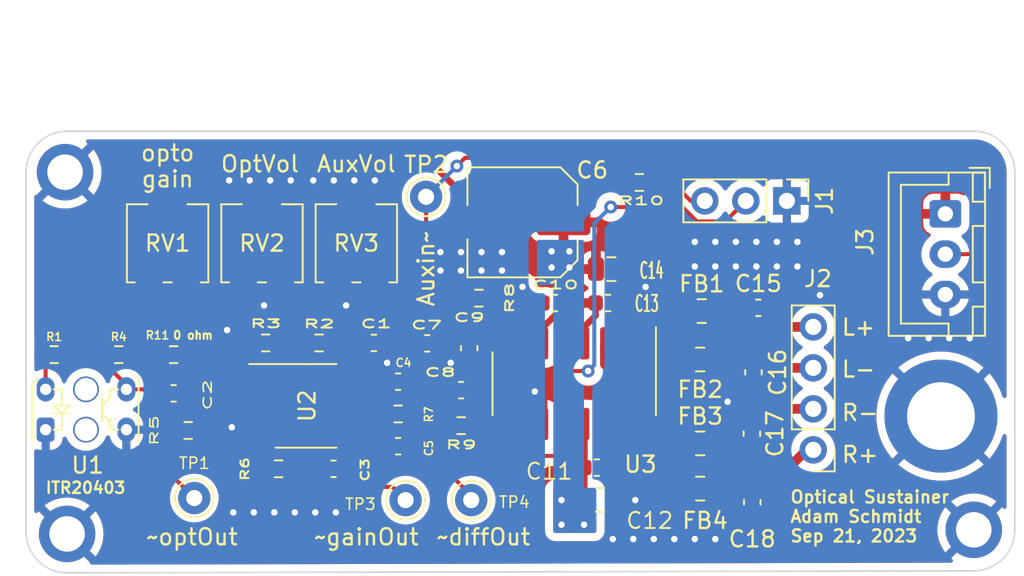
<source format=kicad_pcb>
(kicad_pcb (version 20211014) (generator pcbnew)
  (layers (0 "F.Cu" signal) (31 "B.Cu" signal) (34 "B.Paste" user) (35 "F.Paste" user) (36 "B.SilkS" user "B.Silkscreen") (37 "F.SilkS" user "F.Silkscreen") (38 "B.Mask" user) (39 "F.Mask" user) (44 "Edge.Cuts" user))
  (net 0 "")
  (net 1 "+5V")
  (net 2 "GND")
  (net 3 "Net-(C2-Pad1)")
  (net 4 "Net-(C3-Pad1)")
  (net 5 "Net-(C15-Pad2)")
  (net 6 "+2V5")
  (net 7 "Net-(C16-Pad2)")
  (net 8 "Net-(C17-Pad2)")
  (net 9 "Net-(C2-Pad2)")
  (net 10 "Net-(C3-Pad2)")
  (net 11 "Net-(C4-Pad2)")
  (net 12 "Net-(C7-Pad1)")
  (net 13 "Net-(C7-Pad2)")
  (net 14 "Net-(C8-Pad1)")
  (net 15 "Net-(C8-Pad2)")
  (net 16 "Net-(C9-Pad2)")
  (net 17 "Net-(R8-Pad2)")
  (net 18 "Net-(R9-Pad2)")
  (net 20 "optical_out")
  (net 21 "aux_in")
  (net 22 "/R+")
  (net 23 "/R-")
  (net 24 "/L-")
  (net 25 "/L+")
  (net 26 "Net-(R10-Pad2)")
  (net 27 "Net-(C18-Pad2)")
  (net 28 "Net-(U3-Pad5)")
  (net 29 "Net-(R1-Pad2)")
  (net 30 "Net-(R11-Pad2)")
  (net 31 "Net-(R5-Pad2)")
  (net 32 "Net-(R6-Pad1)")
  (footprint "TestPoint:TestPoint_THTPad_D2.0mm_Drill1.0mm" (layer "F.Cu") (at 152.781 116.205)
    (fp_text reference "TP4")
    (fp_text value "opt_out")
  )
  (footprint "Capacitor_SMD:C_0603_1608Metric" (layer "F.Cu") (at 134.357 109.591)
    (fp_text reference "C2")
    (fp_text value "2.2u")
  )
  (footprint "Resistor_SMD:R_0603_1608Metric" (layer "F.Cu") (at 130.957 107.191 180)
    (fp_text reference "R4")
    (fp_text value "20k")
  )
  (footprint "Resistor_SMD:R_0603_1608Metric" (layer "F.Cu") (at 134.357 107.191 180)
    (fp_text reference "R11")
    (fp_text value "0")
  )
  (footprint "Connector_PinHeader_2.54mm:PinHeader_1x04_P2.54mm_Vertical" (layer "F.Cu") (at 173.957 113.091 180)
    (fp_text reference "J2")
    (fp_text value "Conn_01x04_Male")
  )
  (footprint "Capacitor_SMD:C_0805_2012Metric" (layer "F.Cu") (at 166.957 112.691)
    (fp_text reference "FB3")
    (fp_text value "5A/120Ohm")
  )
  (footprint "Capacitor_SMD:C_0603_1608Metric" (layer "F.Cu") (at 144.257 114.265)
    (fp_text reference "C3")
    (fp_text value "22n")
  )
  (footprint "TestPoint:TestPoint_THTPad_D2.0mm_Drill1.0mm" (layer "F.Cu") (at 135.636 116.078)
    (fp_text reference "TP1")
    (fp_text value "PT_out")
  )
  (footprint "Capacitor_SMD:C_0603_1608Metric" (layer "F.Cu") (at 170.157 112.091 -90)
    (fp_text reference "C17")
    (fp_text value "220p")
  )
  (footprint "" (layer "F.Cu") (at 127.762 118.3005)
    (fp_text reference "")
    (fp_text value "")
  )
  (footprint "Connector_PinHeader_2.54mm:PinHeader_1x03_P2.54mm_Vertical" (layer "F.Cu") (at 172.324 97.663 -90)
    (fp_text reference "J1")
    (fp_text value "Conn_01x03_Male")
  )
  (footprint "Potentiometer_SMD:Potentiometer_Bourns_3224J_Horizontal" (layer "F.Cu") (at 133.985 100.291 -90)
    (fp_text reference "RV1")
    (fp_text value "100k")
  )
  (footprint "Resistor_SMD:R_0603_1608Metric" (layer "F.Cu") (at 143.357 106.465)
    (fp_text reference "R2")
    (fp_text value "10k")
  )
  (footprint "Resistor_SMD:R_0603_1608Metric" (layer "F.Cu") (at 163.195 96.52)
    (fp_text reference "R10")
    (fp_text value "10k")
  )
  (footprint "Capacitor_SMD:C_0603_1608Metric" (layer "F.Cu") (at 150.057 106.491)
    (fp_text reference "C7")
    (fp_text value "1u")
  )
  (footprint "Capacitor_SMD:C_0603_1608Metric" (layer "F.Cu") (at 148.257 112.865)
    (fp_text reference "C5")
    (fp_text value "2.2u")
  )
  (footprint "TestPoint:TestPoint_THTPad_D2.0mm_Drill1.0mm" (layer "F.Cu") (at 148.717 116.205)
    (fp_text reference "TP3")
    (fp_text value "gain_out")
  )
  (footprint "Capacitor_SMD:C_0805_2012Metric" (layer "F.Cu") (at 166.957 115.491)
    (fp_text reference "FB4")
    (fp_text value "5A/120Ohm")
  )
  (footprint "Resistor_SMD:R_0603_1608Metric" (layer "F.Cu") (at 135.257 111.891)
    (fp_text reference "R5")
    (fp_text value "10k")
  )
  (footprint "Capacitor_SMD:C_0603_1608Metric" (layer "F.Cu") (at 152.657 106.791 90)
    (fp_text reference "C9")
    (fp_text value "1u")
  )
  (footprint "Resistor_SMD:R_0603_1608Metric" (layer "F.Cu") (at 140.857 114.265)
    (fp_text reference "R6")
    (fp_text value "1k")
  )
  (footprint "Potentiometer_SMD:Potentiometer_Bourns_3224J_Horizontal" (layer "F.Cu") (at 139.827 100.291 -90)
    (fp_text reference "RV2")
    (fp_text value "20k")
  )
  (footprint "Capacitor_SMD:C_Elec_6.3x5.8" (layer "F.Cu") (at 155.957 98.991 180)
    (fp_text reference "C6")
    (fp_text value "220u")
  )
  (footprint "Capacitor_SMD:C_0603_1608Metric" (layer "F.Cu") (at 170.18 116.332 90)
    (fp_text reference "C18")
    (fp_text value "220p")
  )
  (footprint "Capacitor_SMD:C_0603_1608Metric" (layer "F.Cu") (at 160.557 114.191 180)
    (fp_text reference "C11")
    (fp_text value "1u")
  )
  (footprint "Capacitor_SMD:C_0603_1608Metric" (layer "F.Cu") (at 170.557 104.291 180)
    (fp_text reference "C15")
    (fp_text value "220p")
  )
  (footprint "Capacitor_SMD:C_0603_1608Metric" (layer "F.Cu") (at 161.257 103.991 180)
    (fp_text reference "C13")
    (fp_text value "1u")
  )
  (footprint "Capacitor_SMD:C_0603_1608Metric" (layer "F.Cu") (at 146.757 106.465)
    (fp_text reference "C1")
    (fp_text value "100n")
  )
  (footprint "Capacitor_SMD:C_0603_1608Metric" (layer "F.Cu") (at 170.257 108.291 90)
    (fp_text reference "C16")
    (fp_text value "220p")
  )
  (footprint "" (layer "F.Cu") (at 127.635 95.885)
    (fp_text reference "")
    (fp_text value "")
  )
  (footprint "Capacitor_SMD:C_0603_1608Metric" (layer "F.Cu") (at 157.957 103.991)
    (fp_text reference "C10")
    (fp_text value "1u")
  )
  (footprint "Resistor_SMD:R_0603_1608Metric" (layer "F.Cu") (at 126.957 107.191 180)
    (fp_text reference "R1")
    (fp_text value "220")
  )
  (footprint "Capacitor_SMD:C_0603_1608Metric" (layer "F.Cu") (at 152.157 109.391 180)
    (fp_text reference "C8")
    (fp_text value "1u")
  )
  (footprint "Capacitor_SMD:C_0805_2012Metric" (layer "F.Cu") (at 167.057 104.491)
    (fp_text reference "FB1")
    (fp_text value "5A/120Ohm")
  )
  (footprint "Capacitor_SMD:C_0805_2012Metric" (layer "F.Cu") (at 160.757 116.191 180)
    (fp_text reference "C12")
    (fp_text value "10u")
  )
  (footprint "Package_SO:SOP-8_3.76x4.96mm_P1.27mm" (layer "F.Cu") (at 142.557 110.365)
    (fp_text reference "U2")
    (fp_text value "NE5532")
  )
  (footprint "Resistor_SMD:R_0603_1608Metric" (layer "F.Cu") (at 140.057 106.465)
    (fp_text reference "R3")
    (fp_text value "10k")
  )
  (footprint "Connector_JST:JST_XH_B3B-XH-A_1x03_P2.50mm_Vertical" (layer "F.Cu") (at 182.135 98.465 -90)
    (fp_text reference "J3")
    (fp_text value "Conn_01x03_Male")
  )
  (footprint "Resistor_SMD:R_0603_1608Metric" (layer "F.Cu") (at 148.257 110.865 180)
    (fp_text reference "R7")
    (fp_text value "100k")
  )
  (footprint "Capacitor_SMD:C_0805_2012Metric" (layer "F.Cu") (at 161.457 101.891 180)
    (fp_text reference "C14")
    (fp_text value "10u")
  )
  (footprint "Package_SO:SOP-16_3.9x9.9mm_P1.27mm" (layer "F.Cu") (at 159.157 108.991 -90)
    (fp_text reference "U3")
    (fp_text value "PAM8406D")
  )
  (footprint "TestPoint:TestPoint_THTPad_D2.0mm_Drill1.0mm" (layer "F.Cu") (at 181.864 110.998)
    (fp_text reference "TP6" hide)
    (fp_text value "MountingHole")
  )
  (footprint "Potentiometer_SMD:Potentiometer_Bourns_3224J_Horizontal" (layer "F.Cu") (at 145.669 100.291 -90)
    (fp_text reference "RV3")
    (fp_text value "20k")
  )
  (footprint "Capacitor_SMD:C_0805_2012Metric" (layer "F.Cu") (at 166.957 107.491)
    (fp_text reference "FB2")
    (fp_text value "5A/120Ohm")
  )
  (footprint "Resistor_SMD:R_0603_1608Metric" (layer "F.Cu") (at 153.257 103.691)
    (fp_text reference "R8")
    (fp_text value "10k")
  )
  (footprint "" (layer "F.Cu") (at 183.896 118.0465)
    (fp_text reference "")
    (fp_text value "")
  )
  (footprint "Resistor_SMD:R_0603_1608Metric" (layer "F.Cu") (at 152.157 111.591)
    (fp_text reference "R9")
    (fp_text value "10k")
  )
  (footprint "TestPoint:TestPoint_THTPad_D2.0mm_Drill1.0mm" (layer "F.Cu") (at 149.987 97.409)
    (fp_text reference "TP2")
    (fp_text value "aux_in")
  )
  (footprint "Capacitor_SMD:C_0603_1608Metric" (layer "F.Cu") (at 148.257 108.865 180)
    (fp_text reference "C4")
    (fp_text value "47p")
  )
  (footprint "OptoDevice:Everlight_ITR20403" (layer "F.Cu") (at 126.432 111.841)
    (fp_text reference "U1")
    (fp_text value "ITR20403")
  )
  (gr_arc (start 127.762 120.7135) (mid 125.965949 119.969551) (end 125.222 118.1735) (layer "Edge.Cuts") (width 0.1))
  (gr_line (start 183.896 120.5865) (end 127.762 120.7135) (layer "Edge.Cuts") (width 0.1))
  (gr_line (start 127.762 93.345) (end 183.896 93.345) (layer "Edge.Cuts") (width 0.1))
  (gr_arc (start 125.222 95.885) (mid 125.965949 94.088949) (end 127.762 93.345) (layer "Edge.Cuts") (width 0.1))
  (gr_arc (start 183.896 93.345) (mid 185.692051 94.088949) (end 186.436 95.885) (layer "Edge.Cuts") (width 0.1))
  (gr_line (start 125.222 118.1735) (end 125.222 95.885) (layer "Edge.Cuts") (width 0.1))
  (gr_arc (start 186.436 118.0465) (mid 185.692051 119.842551) (end 183.896 120.5865) (layer "Edge.Cuts") (width 0.1))
  (gr_line (start 186.436 95.885) (end 186.436 118.0465) (layer "Edge.Cuts") (width 0.1))
  (gr_text "OptVol" (at 139.7 95.377) (layer "F.SilkS") (effects (font (size 1 1))))
  (gr_text "ITR20403" (at 128.905 115.443) (layer "F.SilkS") (effects (font (size 0.7 0.7))))
  (gr_text "0 ohm" (at 135.557 105.991) (layer "F.SilkS") (effects (font (size 0.5 0.5) (thickness 0.125))))
  (gr_text "R+" (at 176.857 113.391) (layer "F.SilkS") (effects (font (size 1 1))))
  (gr_text "~gainOut" (at 146.304 118.491) (layer "F.SilkS") (effects (font (size 1 1))))
  (gr_text "opto\ngain" (at 133.985 95.504) (layer "F.SilkS") (effects (font (size 1 1))))
  (gr_text "L+" (at 176.757 105.491) (layer "F.SilkS") (effects (font (size 1 1))))
  (gr_text "Auxin~" (at 149.987 101.854 90) (layer "F.SilkS") (effects (font (size 1 1))))
  (gr_text "R-" (at 176.857 110.791) (layer "F.SilkS") (effects (font (size 1 1))))
  (gr_text "AuxVol" (at 145.669 95.377) (layer "F.SilkS") (effects (font (size 1 1))))
  (gr_text "Optical Sustainer\nAdam Schmidt\nSep 21, 2023" (at 172.466 117.221) (layer "F.SilkS") (effects (font (size 0.75 0.75)) (justify left)))
  (gr_text "~diffOut" (at 153.543 118.491) (layer "F.SilkS") (effects (font (size 1 1))))
  (gr_text "L-" (at 176.757 108.091) (layer "F.SilkS") (effects (font (size 1 1))))
  (gr_text "~optOut" (at 135.509 118.491) (layer "F.SilkS") (effects (font (size 1 1))))
  (segment (start 152.146 97.155) (end 156.6585 97.155) (width 0.4) (layer "F.Cu") (net 1))
  (segment (start 158.877 96.52) (end 158.4945 96.9025) (width 0.4) (layer "F.Cu") (net 1))
  (segment (start 145.959919 106.465) (end 145.982 106.465) (width 0.4) (layer "F.Cu") (net 1))
  (segment (start 159.792 113.026) (end 159.792 113.467042) (width 0.4) (layer "F.Cu") (net 1))
  (segment (start 159.666 116.332) (end 159.807 116.191) (width 0.4) (layer "F.Cu") (net 1))
  (segment (start 133.156 105.165) (end 135.182 107.191) (width 0.4) (layer "F.Cu") (net 1))
  (segment (start 145.0945 107.330419) (end 145.959919 106.465) (width 0.4) (layer "F.Cu") (net 1))
  (segment (start 155.433042 113.467042) (end 159.792 113.467042) (width 0.25) (layer "F.Cu") (net 1))
  (segment (start 145.0945 108.46) (end 145.0945 107.330419) (width 0.4) (layer "F.Cu") (net 1))
  (segment (start 130.175 104.798) (end 130.175 96.473) (width 0.4) (layer "F.Cu") (net 1))
  (segment (start 130.657 95.991) (end 136.157 95.991) (width 0.4) (layer "F.Cu") (net 1))
  (segment (start 127.782 107.191) (end 129.808 105.165) (width 0.4) (layer "F.Cu") (net 1))
  (segment (start 158.4945 96.9025) (end 158.4945 98.991) (width 0.4) (layer "F.Cu") (net 1))
  (segment (start 154.712 111.491) (end 154.712 112.746) (width 0.25) (layer "F.Cu") (net 1))
  (segment (start 159.792 105.456) (end 160.482 104.766) (width 0.4) (layer "F.Cu") (net 1))
  (segment (start 157.252 106.491) (end 157.252 105.471) (width 0.4) (layer "F.Cu") (net 1))
  (segment (start 159.792 111.491) (end 159.792 113.026) (width 0.4) (layer "F.Cu") (net 1))
  (segment (start 159.792 113.467042) (end 159.792 114.181) (width 0.4) (layer "F.Cu") (net 1))
  (segment (start 158.522 111.491) (end 158.522 112.956) (width 0.25) (layer "F.Cu") (net 1))
  (segment (start 159.782 114.191) (end 159.782 116.166) (width 0.4) (layer "F.Cu") (net 1))
  (segment (start 136.898 95.25) (end 150.241 95.25) (width 0.4) (layer "F.Cu") (net 1))
  (segment (start 129.808 105.165) (end 130.175 104.798) (width 0.4) (layer "F.Cu") (net 1))
  (segment (start 130.175 96.473) (end 130.657 95.991) (width 0.4) (layer "F.Cu") (net 1))
  (segment (start 154.732 111.511) (end 154.712 111.491) (width 0.4) (layer "F.Cu") (net 1))
  (segment (start 142.882 105.165) (end 144.182 106.465) (width 0.4) (layer "F.Cu") (net 1))
  (segment (start 154.712 112.746) (end 155.433042 113.467042) (width 0.25) (layer "F.Cu") (net 1))
  (segment (start 160.482 104.766) (end 160.482 103.991) (width 0.4) (layer "F.Cu") (net 1))
  (segment (start 162.37 96.52) (end 158.877 96.52) (width 0.4) (layer "F.Cu") (net 1))
  (segment (start 144.182 106.465) (end 144.229081 106.465) (width 0.4) (layer "F.Cu") (net 1))
  (segment (start 136.157 95.991) (end 136.657 96.491) (width 0.4) (layer "F.Cu") (net 1))
  (segment (start 160.482 101.916) (end 160.507 101.891) (width 0.4) (layer "F.Cu") (net 1))
  (segment (start 159.766 116.232) (end 159.807 116.191) (width 0.4) (layer "F.Cu") (net 1))
  (segment (start 159.727 113.091) (end 159.792 113.026) (width 0.25) (layer "F.Cu") (net 1))
  (segment (start 159.792 114.181) (end 159.782 114.191) (width 0.4) (layer "F.Cu") (net 1))
  (segment (start 144.229081 106.465) (end 145.0945 107.330419) (width 0.4) (layer "F.Cu") (net 1))
  (segment (start 150.241 95.25) (end 152.146 97.155) (width 0.4) (layer "F.Cu") (net 1))
  (segment (start 159.792 106.491) (end 159.792 105.456) (width 0.4) (layer "F.Cu") (net 1))
  (segment (start 136.657 102.791) (end 139.031 105.165) (width 0.4) (layer "F.Cu") (net 1))
  (segment (start 158.657 113.091) (end 159.727 113.091) (width 0.25) (layer "F.Cu") (net 1))
  (segment (start 136.657 96.491) (end 136.657 102.791) (width 0.4) (layer "F.Cu") (net 1))
  (segment (start 156.6585 97.155) (end 158.4945 98.991) (width 0.4) (layer "F.Cu") (net 1))
  (segment (start 139.031 105.165) (end 142.882 105.165) (width 0.4) (layer "F.Cu") (net 1))
  (segment (start 158.522 112.956) (end 158.657 113.091) (width 0.25) (layer "F.Cu") (net 1))
  (segment (start 159.782 116.166) (end 159.807 116.191) (width 0.4) (layer "F.Cu") (net 1))
  (segment (start 157.252 105.471) (end 158.732 103.991) (width 0.4) (layer "F.Cu") (net 1))
  (segment (start 136.157 95.991) (end 136.898 95.25) (width 0.4) (layer "F.Cu") (net 1))
  (segment (start 129.808 105.165) (end 133.156 105.165) (width 0.4) (layer "F.Cu") (net 1))
  (via (at 157.757 101.791) (size 0.8) (drill 0.4) (layers "F.Cu" "B.Cu") (net 1))
  (via (at 158.369 116.205) (size 0.8) (drill 0.4) (layers "F.Cu" "B.Cu") (net 1))
  (via (at 157.757 100.791) (size 0.8) (drill 0.4) (layers "F.Cu" "B.Cu") (net 1))
  (via (at 159.766 117.729) (size 0.8) (drill 0.4) (layers "F.Cu" "B.Cu") (net 1))
  (via (at 158.857 101.791) (size 0.8) (drill 0.4) (layers "F.Cu" "B.Cu") (net 1))
  (via (at 158.857 100.791) (size 0.8) (drill 0.4) (layers "F.Cu" "B.Cu") (net 1))
  (via (at 158.369 117.729) (size 0.8) (drill 0.4) (layers "F.Cu" "B.Cu") (net 1))
  (segment (start 168.91 109.474) (end 168.656 109.728) (width 0.25) (layer "F.Cu") (net 2))
  (segment (start 157.252 110.008) (end 156.718 109.474) (width 0.4) (layer "F.Cu") (net 2))
  (segment (start 174.371 103.505) (end 173.482 103.505) (width 0.25) (layer "F.Cu") (net 2))
  (segment (start 170.257 109.066) (end 169.318 109.066) (width 0.25) (layer "F.Cu") (net 2))
  (segment (start 162.407 101.891) (end 162.47 101.891) (width 0.4) (layer "F.Cu") (net 2))
  (segment (start 156.957 103.991) (end 155.957 102.991) (width 0.4) (layer "F.Cu") (net 2))
  (segment (start 152.657 107.566) (end 151.641 107.566) (width 0.4) (layer "F.Cu") (net 2))
  (segment (start 138.469 106.465) (end 139.232 106.465) (width 0.25) (layer "F.Cu") (net 2))
  (segment (start 144.519 103.625) (end 145.034 104.14) (width 0.4) (layer "F.Cu") (net 2))
  (segment (start 162.332 106.491) (end 162.332 104.291) (width 0.6) (layer "F.Cu") (net 2))
  (segment (start 138.677 102.291) (end 138.677 102.863) (width 0.4) (layer "F.Cu") (net 2))
  (segment (start 147.532 107.654) (end 147.574 107.696) (width 0.25) (layer "F.Cu") (net 2))
  (segment (start 162.927 116.191) (end 162.941 116.205) (width 0.4) (layer "F.Cu") (net 2))
  (segment (start 157.252 111.491) (end 157.252 110.008) (width 0.4) (layer "F.Cu") (net 2))
  (segment (start 169.318 109.066) (end 168.91 109.474) (width 0.25) (layer "F.Cu") (net 2))
  (segment (start 157.182 103.991) (end 156.957 103.991) (width 0.4) (layer "F.Cu") (net 2))
  (segment (start 162.47 101.891) (end 163.576 102.997) (width 0.4) (layer "F.Cu") (net 2))
  (segment (start 173.482 103.505) (end 172.696 104.291) (width 0.25) (layer "F.Cu") (net 2))
  (segment (start 138.536 112.27) (end 137.957 111.691) (width 0.4) (layer "F.Cu") (net 2))
  (segment (start 151.641 107.566) (end 151.511 107.696) (width 0.4) (layer "F.Cu") (net 2))
  (segment (start 138.677 102.863) (end 139.954 104.14) (width 0.4) (layer "F.Cu") (net 2))
  (segment (start 161.707 116.191) (end 162.927 116.191) (width 0.4) (layer "F.Cu") (net 2))
  (segment (start 144.519 102.291) (end 144.519 103.625) (width 0.4) (layer "F.Cu") (net 2))
  (segment (start 147.532 106.465) (end 147.532 107.654) (width 0.25) (layer "F.Cu") (net 2))
  (segment (start 172.696 104.291) (end 171.332 104.291) (width 0.25) (layer "F.Cu") (net 2))
  (segment (start 168.656 109.728) (end 168.656 110.109) (width 0.25) (layer "F.Cu") (net 2))
  (segment (start 137.668 105.664) (end 138.469 106.465) (width 0.25) (layer "F.Cu") (net 2))
  (segment (start 162.332 104.291) (end 162.032 103.991) (width 0.6) (layer "F.Cu") (net 2))
  (segment (start 140.0195 112.27) (end 138.536 112.27) (width 0.4) (layer "F.Cu") (net 2))
  (via (at 145.542 96.393) (size 0.8) (drill 0.4) (layers "F.Cu" "B.Cu") (net 2))
  (via (at 153.416 100.838) (size 0.8) (drill 0.4) (layers "F.Cu" "B.Cu") (net 2))
  (via (at 156.718 109.474) (size 0.8) (drill 0.4) (layers "F.Cu" "B.Cu") (net 2))
  (via (at 139.065 96.393) (size 0.8) (drill 0.4) (layers "F.Cu" "B.Cu") (net 2))
  (via (at 137.957 111.691) (size 0.8) (drill 0.4) (layers "F.Cu" "B.Cu") (net 2))
  (via (at 166.624 118.618) (size 0.8) (drill 0.4) (layers "F.Cu" "B.Cu") (net 2))
  (via (at 174.371 103.505) (size 0.8) (drill 0.4) (layers "F.Cu" "B.Cu") (net 2))
  (via (at 154.686 101.981) (size 0.8) (drill 0.4) (layers "F.Cu" "B.Cu") (net 2))
  (via (at 137.668 105.664) (size 0.8) (drill 0.4) (layers "F.Cu" "B.Cu") (net 2))
  (via (at 182.372 106.172) (size 0.8) (drill 0.4) (layers "F.Cu" "B.Cu") (net 2))
  (via (at 152.146 101.981) (size 0.8) (drill 0.4) (layers "F.Cu" "B.Cu") (net 2))
  (via (at 145.034 104.14) (size 0.8) (drill 0.4) (layers "F.Cu" "B.Cu") (net 2))
  (via (at 144.272 96.393) (size 0.8) (drill 0.4) (layers "F.Cu" "B.Cu") (net 2))
  (via (at 150.876 101.981) (size 0.8) (drill 0.4) (layers "F.Cu" "B.Cu") (net 2))
  (via (at 166.624 101.727) (size 0.8) (drill 0.4) (layers "F.Cu" "B.Cu") (net 2))
  (via (at 138.049 116.967) (size 0.8) (drill 0.4) (layers "F.Cu" "B.Cu") (net 2))
  (via (at 141.859 116.967) (size 0.8) (drill 0.4) (layers "F.Cu" "B.Cu") (net 2))
  (via (at 139.319 116.967) (size 0.8) (drill 0.4) (layers "F.Cu" "B.Cu") (net 2))
  (via (at 143.002 96.393) (size 0.8) (drill 0.4) (layers "F.Cu" "B.Cu") (net 2))
  (via (at 153.416 101.981) (size 0.8) (drill 0.4) (layers "F.Cu" "B.Cu") (net 2))
  (via (at 162.941 116.205) (size 0.8) (drill 0.4) (layers "F.Cu" "B.Cu") (net 2))
  (via (at 152.146 100.838) (size 0.8) (drill 0.4) (layers "F.Cu" "B.Cu") (net 2))
  (via (at 171.704 101.727) (size 0.8) (drill 0.4) (layers "F.Cu" "B.Cu") (net 2))
  (via (at 167.894 100.203) (size 0.8) (drill 0.4) (layers "F.Cu" "B.Cu") (net 2))
  (via (at 171.704 100.203) (size 0.8) (drill 0.4) (layers "F.Cu" "B.Cu") (net 2))
  (via (at 143.129 116.967) (size 0.8) (drill 0.4) (layers "F.Cu" "B.Cu") (net 2))
  (via (at 165.354 118.618) (size 0.8) (drill 0.4) (layers "F.Cu" "B.Cu") (net 2))
  (via (at 172.974 101.727) (size 0.8) (drill 0.4) (layers "F.Cu" "B.Cu") (net 2))
  (via (at 147.574 107.696) (size 0.8) (drill 0.4) (layers "F.Cu" "B.Cu") (net 2))
  (via (at 162.814 118.618) (size 0.8) (drill 0.4) (layers "F.Cu" "B.Cu") (net 2))
  (via (at 141.605 96.393) (size 0.8) (drill 0.4) (layers "F.Cu" "B.Cu") (net 2))
  (via (at 170.434 101.727) (size 0.8) (drill 0.4) (layers "F.Cu" "B.Cu") (net 2))
  (via (at 151.511 107.696) (size 0.8) (drill 0.4) (layers "F.Cu" "B.Cu") (net 2))
  (via (at 172.974 100.203) (size 0.8) (drill 0.4) (layers "F.Cu" "B.Cu") (net 2))
  (via (at 139.954 104.14) (size 0.8) (drill 0.4) (layers "F.Cu" "B.Cu") (net 2))
  (via (at 181.102 106.172) (size 0.8) (drill 0.4) (layers "F.Cu" "B.Cu") (net 2))
  (via (at 164.084 118.618) (size 0.8) (drill 0.4) (layers "F.Cu" "B.Cu") (net 2))
  (via (at 137.795 96.393) (size 0.8) (drill 0.4) (layers "F.Cu" "B.Cu") (net 2))
  (via (at 167.894 101.727) (size 0.8) (drill 0.4) (layers "F.Cu" "B.Cu") (net 2))
  (via (at 161.544 118.618) (size 0.8) (drill 0.4) (layers "F.Cu" "B.Cu") (net 2))
  (via (at 144.399 116.967) (size 0.8) (drill 0.4) (layers "F.Cu" "B.Cu") (net 2))
  (via (at 140.335 96.393) (size 0.8) (drill 0.4) (layers "F.Cu" "B.Cu") (net 2))
  (via (at 155.957 102.991) (size 0.8) (drill 0.4) (layers "F.Cu" "B.Cu") (net 2))
  (via (at 183.642 106.172) (size 0.8) (drill 0.4) (layers "F.Cu" "B.Cu") (net 2))
  (via (at 150.876 100.838) (size 0.8) (drill 0.4) (layers "F.Cu" "B.Cu") (net 2))
  (via (at 163.576 102.997) (size 0.8) (drill 0.4) (layers "F.Cu" "B.Cu") (net 2))
  (via (at 166.624 100.203) (size 0.8) (drill 0.4) (layers "F.Cu" "B.Cu") (net 2))
  (via (at 169.164 101.727) (size 0.8) (drill 0.4) (layers "F.Cu" "B.Cu") (net 2))
  (via (at 170.434 100.203) (size 0.8) (drill 0.4) (layers "F.Cu" "B.Cu") (net 2))
  (via (at 179.832 106.172) (size 0.8) (drill 0.4) (layers "F.Cu" "B.Cu") (net 2))
  (via (at 154.686 100.838) (size 0.8) (drill 0.4) (layers "F.Cu" "B.Cu") (net 2))
  (via (at 146.812 96.393) (size 0.8) (drill 0.4) (layers "F.Cu" "B.Cu") (net 2))
  (via (at 168.656 110.109) (size 0.8) (drill 0.4) (layers "F.Cu" "B.Cu") (net 2))
  (via (at 167.894 118.618) (size 0.8) (drill 0.4) (layers "F.Cu" "B.Cu") (net 2))
  (via (at 140.589 116.967) (size 0.8) (drill 0.4) (layers "F.Cu" "B.Cu") (net 2))
  (via (at 169.164 100.203) (size 0.8) (drill 0.4) (layers "F.Cu" "B.Cu") (net 2))
  (segment (start 132.757 109.591) (end 133.582 109.591) (width 0.25) (layer "F.Cu") (net 3))
  (segment (start 133.582 114.024) (end 133.582 109.591) (width 0.25) (layer "F.Cu") (net 3))
  (segment (start 131.432 109.341) (end 132.507 109.341) (width 0.25) (layer "F.Cu") (net 3))
  (segment (start 130.132 107.191) (end 130.132 107.766) (width 0.25) (layer "F.Cu") (net 3))
  (segment (start 132.507 109.341) (end 132.757 109.591) (width 0.25) (layer "F.Cu") (net 3))
  (segment (start 131.432 109.066) (end 131.432 109.341) (width 0.25) (layer "F.Cu") (net 3))
  (segment (start 135.636 116.078) (end 133.582 114.024) (width 0.25) (layer "F.Cu") (net 3))
  (segment (start 130.132 107.766) (end 131.432 109.066) (width 0.25) (layer "F.Cu") (net 3))
  (segment (start 141.682 114.265) (end 143.482 114.265) (width 0.25) (layer "F.Cu") (net 4))
  (segment (start 169.782 104.291) (end 168.207 104.291) (width 0.6) (layer "F.Cu") (net 5))
  (segment (start 168.207 104.291) (end 168.007 104.491) (width 0.6) (layer "F.Cu") (net 5))
  (segment (start 169.782 104.291) (end 170.962 105.471) (width 0.6) (layer "F.Cu") (net 5))
  (segment (start 170.962 105.471) (end 173.957 105.471) (width 0.6) (layer "F.Cu") (net 5))
  (segment (start 142.527427 106.469573) (end 142.527427 109.622573) (width 0.4) (layer "F.Cu") (net 6))
  (segment (start 143.838 112.27) (end 145.0945 112.27) (width 0.4) (layer "F.Cu") (net 6))
  (segment (start 142.532 106.465) (end 140.882 106.465) (width 0.4) (layer "F.Cu") (net 6))
  (segment (start 142.527427 110.959427) (end 143.838 112.27) (width 0.4) (layer "F.Cu") (net 6))
  (segment (start 142.532 106.465) (end 142.527427 106.469573) (width 0.4) (layer "F.Cu") (net 6))
  (segment (start 142.527427 109.622573) (end 142.527427 110.959427) (width 0.4) (layer "F.Cu") (net 6))
  (segment (start 141.15 111) (end 140.0195 111) (width 0.4) (layer "F.Cu") (net 6))
  (segment (start 142.527427 109.622573) (end 141.15 111) (width 0.4) (layer "F.Cu") (net 6))
  (segment (start 167.907 107.491) (end 170.232 107.491) (width 0.6) (layer "F.Cu") (net 7))
  (segment (start 170.257 107.516) (end 171.582 107.516) (width 0.6) (layer "F.Cu") (net 7))
  (segment (start 170.232 107.491) (end 170.257 107.516) (width 0.6) (layer "F.Cu") (net 7))
  (segment (start 172.077 108.011) (end 173.957 108.011) (width 0.6) (layer "F.Cu") (net 7))
  (segment (start 171.582 107.516) (end 172.077 108.011) (width 0.6) (layer "F.Cu") (net 7))
  (segment (start 171.857 111.291) (end 172.597 110.551) (width 0.6) (layer "F.Cu") (net 8))
  (segment (start 172.597 110.551) (end 173.957 110.551) (width 0.6) (layer "F.Cu") (net 8))
  (segment (start 167.907 112.691) (end 168.107 112.891) (width 0.6) (layer "F.Cu") (net 8))
  (segment (start 168.107 112.891) (end 170.132 112.891) (width 0.6) (layer "F.Cu") (net 8))
  (segment (start 170.982 112.866) (end 171.857 111.991) (width 0.6) (layer "F.Cu") (net 8))
  (segment (start 170.132 112.891) (end 170.157 112.866) (width 0.6) (layer "F.Cu") (net 8))
  (segment (start 171.857 111.991) (end 171.857 111.291) (width 0.6) (layer "F.Cu") (net 8))
  (segment (start 170.982 112.866) (end 170.157 112.866) (width 0.6) (layer "F.Cu") (net 8))
  (segment (start 134.432 111.216) (end 134.432 111.891) (width 0.25) (layer "F.Cu") (net 9))
  (segment (start 135.132 109.591) (end 135.132 110.516) (width 0.25) (layer "F.Cu") (net 9))
  (segment (start 135.132 110.516) (end 134.432 111.216) (width 0.25) (layer "F.Cu") (net 9))
  (segment (start 145.0945 111) (end 146.192 111) (width 0.25) (layer "F.Cu") (net 10))
  (segment (start 146.357 113.665) (end 147.934817 113.665) (width 0.25) (layer "F.Cu") (net 10))
  (segment (start 145.9945 113.3025) (end 145.032 114.265) (width 0.25) (layer "F.Cu") (net 10))
  (segment (start 148.257 113.342817) (end 148.257 111.69) (width 0.25) (layer "F.Cu") (net 10))
  (segment (start 149.032 110.815) (end 149.082 110.865) (width 0.25) (layer "F.Cu") (net 10))
  (segment (start 146.457 111.265) (end 146.457 112.84) (width 0.25) (layer "F.Cu") (net 10))
  (segment (start 149.032 108.865) (end 149.032 110.815) (width 0.25) (layer "F.Cu") (net 10))
  (segment (start 145.9945 113.3025) (end 146.357 113.665) (width 0.25) (layer "F.Cu") (net 10))
  (segment (start 148.257 111.69) (end 149.082 110.865) (width 0.25) (layer "F.Cu") (net 10))
  (segment (start 146.192 111) (end 146.457 111.265) (width 0.25) (layer "F.Cu") (net 10))
  (segment (start 146.457 112.84) (end 145.9945 113.3025) (width 0.25) (layer "F.Cu") (net 10))
  (segment (start 147.934817 113.665) (end 148.257 113.342817) (width 0.25) (layer "F.Cu") (net 10))
  (segment (start 146.617 109.73) (end 145.0945 109.73) (width 0.25) (layer "F.Cu") (net 11))
  (segment (start 147.482 108.865) (end 146.617 109.73) (width 0.25) (layer "F.Cu") (net 11))
  (segment (start 147.432 112.815) (end 147.482 112.865) (width 0.25) (layer "F.Cu") (net 11))
  (segment (start 147.432 110.865) (end 147.432 112.815) (width 0.25) (layer "F.Cu") (net 11))
  (segment (start 146.297 109.73) (end 147.432 110.865) (width 0.25) (layer "F.Cu") (net 11))
  (segment (start 145.0945 109.73) (end 146.297 109.73) (width 0.25) (layer "F.Cu") (net 11))
  (segment (start 149.282 105.816) (end 149.282 106.491) (width 0.25) (layer "F.Cu") (net 12))
  (segment (start 142.757 103.504604) (end 144.212396 104.96) (width 0.25) (layer "F.Cu") (net 12))
  (segment (start 144.212396 104.96) (end 148.426 104.96) (width 0.25) (layer "F.Cu") (net 12))
  (segment (start 142.757 98.791) (end 142.757 103.504604) (width 0.25) (layer "F.Cu") (net 12))
  (segment (start 148.426 104.96) (end 149.282 105.816) (width 0.25) (layer "F.Cu") (net 12))
  (segment (start 139.827 98.291) (end 142.257 98.291) (width 0.25) (layer "F.Cu") (net 12))
  (segment (start 142.257 98.291) (end 142.757 98.791) (width 0.25) (layer "F.Cu") (net 12))
  (segment (start 150.832 105.291) (end 152.432 103.691) (width 0.25) (layer "F.Cu") (net 13))
  (segment (start 150.832 106.491) (end 150.832 105.291) (width 0.25) (layer "F.Cu") (net 13))
  (segment (start 147.793396 103.691) (end 145.957 103.691) (width 0.25) (layer "F.Cu") (net 14))
  (segment (start 152.932 109.391) (end 152.132 108.591) (width 0.25) (layer "F.Cu") (net 14))
  (segment (start 150.057 107.290999) (end 150.057 105.954604) (width 0.25) (layer "F.Cu") (net 14))
  (segment (start 151.357001 108.591) (end 150.057 107.290999) (width 0.25) (layer "F.Cu") (net 14))
  (segment (start 145.669 103.403) (end 145.669 98.291) (width 0.25) (layer "F.Cu") (net 14))
  (segment (start 145.957 103.691) (end 145.669 103.403) (width 0.25) (layer "F.Cu") (net 14))
  (segment (start 150.057 105.954604) (end 147.793396 103.691) (width 0.25) (layer "F.Cu") (net 14))
  (segment (start 152.132 108.591) (end 151.357001 108.591) (width 0.25) (layer "F.Cu") (net 14))
  (segment (start 151.382 111.541) (end 151.332 111.591) (width 0.25) (layer "F.Cu") (net 15))
  (segment (start 151.382 109.391) (end 151.382 111.541) (width 0.25) (layer "F.Cu") (net 15))
  (segment (start 154.712 106.491) (end 153.132 106.491) (width 0.25) (layer "F.Cu") (net 16))
  (segment (start 153.132 106.491) (end 152.657 106.016) (width 0.25) (layer "F.Cu") (net 16))
  (segment (start 155.982 104.616) (end 155.982 106.491) (width 0.25) (layer "F.Cu") (net 17))
  (segment (start 155.057 103.691) (end 155.982 104.616) (width 0.25) (layer "F.Cu") (net 17))
  (segment (start 154.082 103.691) (end 155.057 103.691) (width 0.25) (layer "F.Cu") (net 17))
  (segment (start 155.982 110.316) (end 155.982 111.491) (width 0.25) (layer "F.Cu") (net 18))
  (segment (start 154.157 109.791) (end 155.457 109.791) (width 0.25) (layer "F.Cu") (net 18))
  (segment (start 152.982 111.591) (end 152.982 110.966) (width 0.25) (layer "F.Cu") (net 18))
  (segment (start 152.982 110.966) (end 154.157 109.791) (width 0.25) (layer "F.Cu") (net 18))
  (segment (start 155.457 109.791) (end 155.982 110.316) (width 0.25) (layer "F.Cu") (net 18))
  (segment (start 149.807 108.268817) (end 148.307 106.768817) (width 0.25) (layer "F.Cu") (net 20))
  (segment (start 149.032 112.865) (end 149.807 112.09) (width 0.25) (layer "F.Cu") (net 20))
  (segment (start 149.032 112.865) (end 149.731 112.865) (width 0.25) (layer "F.Cu") (net 20))
  (segment (start 149.731 112.865) (end 152.781 115.915) (width 0.25) (layer "F.Cu") (net 20))
  (segment (start 144.026 105.41) (end 140.977 102.361) (width 0.25) (layer "F.Cu") (net 20))
  (segment (start 148.307 106.768817) (end 148.307 105.941) (width 0.25) (layer "F.Cu") (net 20))
  (segment (start 147.776 105.41) (end 144.026 105.41) (width 0.25) (layer "F.Cu") (net 20))
  (segment (start 148.307 105.941) (end 147.776 105.41) (width 0.25) (layer "F.Cu") (net 20))
  (segment (start 140.977 102.361) (end 140.977 102.291) (width 0.25) (layer "F.Cu") (net 20))
  (segment (start 149.807 112.09) (end 149.807 108.268817) (width 0.25) (layer "F.Cu") (net 20))
  (segment (start 152.781 115.915) (end 152.781 116.205) (width 0.25) (layer "F.Cu") (net 20))
  (segment (start 184.658 100.965) (end 182.135 100.965) (width 0.25) (layer "F.Cu") (net 21))
  (segment (start 146.819 102.291) (end 147.007 102.291) (width 0.25) (layer "F.Cu") (net 21))
  (segment (start 152.4 94.996) (end 182.245 94.996) (width 0.25) (layer "F.Cu") (net 21))
  (segment (start 184.912 100.711) (end 184.658 100.965) (width 0.25) (layer "F.Cu") (net 21))
  (segment (start 184.912 97.663) (end 184.912 100.711) (width 0.25) (layer "F.Cu") (net 21))
  (segment (start 182.245 94.996) (end 184.912 97.663) (width 0.25) (layer "F.Cu") (net 21))
  (segment (start 151.892 95.504) (end 152.4 94.996) (width 0.25) (layer "F.Cu") (net 21))
  (segment (start 147.007 102.291) (end 149.987 99.311) (width 0.25) (layer "F.Cu") (net 21))
  (segment (start 149.987 99.311) (end 149.987 97.409) (width 0.25) (layer "F.Cu") (net 21))
  (via (at 151.892 95.504) (size 0.8) (drill 0.4) (layers "F.Cu" "B.Cu") (net 21))
  (segment (start 149.987 97.409) (end 151.892 95.504) (width 0.25) (layer "B.Cu") (net 21))
  (segment (start 164.357 115.491) (end 166.007 115.491) (width 0.6) (layer "F.Cu") (net 22))
  (segment (start 163.602 111.491) (end 163.602 114.736) (width 0.6) (layer "F.Cu") (net 22))
  (segment (start 163.602 114.736) (end 164.357 115.491) (width 0.6) (layer "F.Cu") (net 22))
  (segment (start 161.393 109.855) (end 165.521 109.855) (width 0.6) (layer "F.Cu") (net 23))
  (segment (start 166.007 110.341) (end 166.007 112.691) (width 0.6) (layer "F.Cu") (net 23))
  (segment (start 165.521 109.855) (end 166.007 110.341) (width 0.6) (layer "F.Cu") (net 23))
  (segment (start 161.062 110.186) (end 161.393 109.855) (width 0.6) (layer "F.Cu") (net 23))
  (segment (start 161.062 111.491) (end 161.062 110.186) (width 0.6) (layer "F.Cu") (net 23))
  (segment (start 165.421 108.077) (end 166.007 107.491) (width 0.6) (layer "F.Cu") (net 24))
  (segment (start 161.343 108.077) (end 165.421 108.077) (width 0.6) (layer "F.Cu") (net 24))
  (segment (start 161.062 106.491) (end 161.062 107.796) (width 0.6) (layer "F.Cu") (net 24))
  (segment (start 161.062 107.796) (end 161.343 108.077) (width 0.6) (layer "F.Cu") (net 24))
  (segment (start 163.602 106.491) (end 163.602 104.946) (width 0.6) (layer "F.Cu") (net 25))
  (segment (start 164.057 104.491) (end 165.777 104.491) (width 0.6) (layer "F.Cu") (net 25))
  (segment (start 163.602 104.946) (end 164.057 104.491) (width 0.6) (layer "F.Cu") (net 25))
  (segment (start 164.02 96.52) (end 165.227 96.52) (width 0.25) (layer "F.Cu") (net 26))
  (segment (start 166.37 97.663) (end 167.244 97.663) (width 0.25) (layer "F.Cu") (net 26))
  (segment (start 165.227 96.52) (end 166.37 97.663) (width 0.25) (layer "F.Cu") (net 26))
  (segment (start 171.069 115.57) (end 173.548 113.091) (width 0.6) (layer "F.Cu") (net 27))
  (segment (start 167.986 115.57) (end 171.069 115.57) (width 0.6) (layer "F.Cu") (net 27))
  (segment (start 167.907 115.491) (end 167.986 115.57) (width 0.6) (layer "F.Cu") (net 27))
  (segment (start 173.548 113.091) (end 173.957 113.091) (width 0.6) (layer "F.Cu") (net 27))
  (segment (start 168.514 98.933) (end 169.784 97.663) (width 0.25) (layer "F.Cu") (net 28))
  (segment (start 160.02 108.204) (end 159.004 108.204) (width 0.25) (layer "F.Cu") (net 28))
  (segment (start 166.751 98.933) (end 168.514 98.933) (width 0.25) (layer "F.Cu") (net 28))
  (segment (start 158.522 107.722) (end 158.522 106.491) (width 0.25) (layer "F.Cu") (net 28))
  (segment (start 161.417 98.044) (end 165.862 98.044) (width 0.25) (layer "F.Cu") (net 28))
  (segment (start 165.862 98.044) (end 166.751 98.933) (width 0.25) (layer "F.Cu") (net 28))
  (segment (start 159.004 108.204) (end 158.522 107.722) (width 0.25) (layer "F.Cu") (net 28))
  (via (at 160.02 108.204) (size 0.8) (drill 0.4) (layers "F.Cu" "B.Cu") (net 28))
  (via (at 161.417 98.044) (size 0.8) (drill 0.4) (layers "F.Cu" "B.Cu") (net 28))
  (segment (start 160.401 107.823) (end 160.02 108.204) (width 0.25) (layer "B.Cu") (net 28))
  (segment (start 160.401 99.06) (end 160.401 107.823) (width 0.25) (layer "B.Cu") (net 28))
  (segment (start 161.417 98.044) (end 160.401 99.06) (width 0.25) (layer "B.Cu") (net 28))
  (segment (start 126.132 107.191) (end 126.132 107.766) (width 0.25) (layer "F.Cu") (net 29))
  (segment (start 126.132 107.766) (end 126.432 108.066) (width 0.25) (layer "F.Cu") (net 29))
  (segment (start 126.432 108.066) (end 126.432 109.341) (width 0.25) (layer "F.Cu") (net 29))
  (segment (start 131.782 107.191) (end 133.532 107.191) (width 0.25) (layer "F.Cu") (net 30))
  (segment (start 141.605 108.368571) (end 141.605 109.021) (width 0.25) (layer "F.Cu") (net 31))
  (segment (start 141.605 109.021) (end 140.896 109.73) (width 0.25) (layer "F.Cu") (net 31))
  (segment (start 138.433926 107.763074) (end 140.999503 107.763074) (width 0.25) (layer "F.Cu") (net 31))
  (segment (start 138.433926 108.314074) (end 138.433926 107.763074) (width 0.25) (layer "F.Cu") (net 31))
  (segment (start 136.082 111.891) (end 136.082 110.666) (width 0.25) (layer "F.Cu") (net 31))
  (segment (start 140.896 109.73) (end 140.0195 109.73) (width 0.25) (layer "F.Cu") (net 31))
  (segment (start 135.135 102.291) (end 135.135 104.464148) (width 0.25) (layer "F.Cu") (net 31))
  (segment (start 135.135 104.464148) (end 138.433926 107.763074) (width 0.25) (layer "F.Cu") (net 31))
  (segment (start 140.999503 107.763074) (end 141.605 108.368571) (width 0.25) (layer "F.Cu") (net 31))
  (segment (start 136.082 110.666) (end 138.433926 108.314074) (width 0.25) (layer "F.Cu") (net 31))
  (segment (start 139.118 108.46) (end 137.057 110.521) (width 0.25) (layer "F.Cu") (net 32))
  (segment (start 135.607 113.041) (end 137.507 113.041) (width 0.25) (layer "F.Cu") (net 32))
  (segment (start 133.985 104.14) (end 137.257 107.412) (width 0.25) (layer "F.Cu") (net 32))
  (segment (start 135.357 110.927396) (end 135.357 112.791) (width 0.25) (layer "F.Cu") (net 32))
  (segment (start 137.057 110.521) (end 137.057 112.591) (width 0.25) (layer "F.Cu") (net 32))
  (segment (start 135.582 110.529604) (end 135.582 110.702396) (width 0.25) (layer "F.Cu") (net 32))
  (segment (start 140.032 114.265) (end 141.158 115.391) (width 0.25) (layer "F.Cu") (net 32))
  (segment (start 135.582 110.702396) (end 135.357 110.927396) (width 0.25) (layer "F.Cu") (net 32))
  (segment (start 137.257 107.412) (end 137.257 108.854604) (width 0.25) (layer "F.Cu") (net 32))
  (segment (start 140.0195 108.46) (end 139.118 108.46) (width 0.25) (layer "F.Cu") (net 32))
  (segment (start 137.507 113.041) (end 138.731 114.265) (width 0.25) (layer "F.Cu") (net 32))
  (segment (start 137.057 112.591) (end 137.507 113.041) (width 0.25) (layer "F.Cu") (net 32))
  (segment (start 135.357 112.791) (end 135.607 113.041) (width 0.25) (layer "F.Cu") (net 32))
  (segment (start 133.985 98.291) (end 133.985 104.14) (width 0.25) (layer "F.Cu") (net 32))
  (segment (start 138.731 114.265) (end 140.032 114.265) (width 0.25) (layer "F.Cu") (net 32))
  (segment (start 141.158 115.391) (end 147.903 115.391) (width 0.25) (layer "F.Cu") (net 32))
  (segment (start 147.903 115.391) (end 148.717 116.205) (width 0.25) (layer "F.Cu") (net 32))
  (segment (start 137.257 108.854604) (end 135.582 110.529604) (width 0.25) (layer "F.Cu") (net 32))
  (zone (net 1) (net_name "+5V") (layer "F.Cu") (priority 3) (connect_pads (clearance 0.508)) (min_thickness 0.254) (fill yes (thermal_gap 0.4) (thermal_bridge_width 0.6))
    (polygon (pts (xy 183.388 100.965) (xy 180.975 100.965) (xy 178.435 103.505) (xy 165.354 103.505) (xy 163.068 101.219) (xy 161.036 101.219) (xy 161.036 104.902) (xy 155.829 104.902) (xy 155.829 97.663) (xy 165.862 97.663) (xy 166.624 99.314) (xy 174.117 99.314) (xy 174.117 96.774) (xy 183.388 96.774)))
  )
  (zone (net 1) (net_name "+5V") (layers F&B.Cu) (priority 3) (connect_pads (clearance 0.508)) (min_thickness 0.254) (fill yes (thermal_gap 0.4) (thermal_bridge_width 0.6))
    (polygon (pts (xy 160.528 118.237) (xy 157.861 118.237) (xy 157.861 115.443) (xy 160.528 115.443)))
  )
  (zone (net 2) (net_name "GND") (layers F&B.Cu) (priority 1) (connect_pads (clearance 0.508)) (min_thickness 0.254) (fill yes (thermal_gap 0.5) (thermal_bridge_width 0.5))
    (polygon (pts (xy 186.691577 93.215384) (xy 186.563 93.98) (xy 186.691834 120.776995) (xy 125.096834 120.903995) (xy 125.096577 93.088384)))
  )
  (zone (net 1) (net_name "+5V") (layer "B.Cu") (priority 3) (connect_pads (clearance 0.508)) (min_thickness 0.254) (fill yes (thermal_gap 0.508) (thermal_bridge_width 0.508))
    (polygon (pts (xy 159.766 116.84) (xy 160.528 116.84) (xy 160.528 118.237) (xy 157.861 118.237) (xy 157.861 102.87) (xy 156.845 102.87) (xy 156.845 100.076) (xy 159.766 100.076)))
  )
)
</source>
